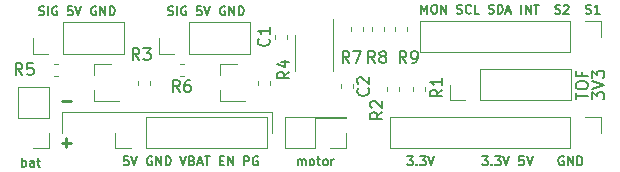
<source format=gbr>
%TF.GenerationSoftware,KiCad,Pcbnew,(5.1.4)-1*%
%TF.CreationDate,2020-11-13T13:28:28-08:00*%
%TF.ProjectId,powerglove_pcb,706f7765-7267-46c6-9f76-655f7063622e,rev?*%
%TF.SameCoordinates,Original*%
%TF.FileFunction,Legend,Top*%
%TF.FilePolarity,Positive*%
%FSLAX46Y46*%
G04 Gerber Fmt 4.6, Leading zero omitted, Abs format (unit mm)*
G04 Created by KiCad (PCBNEW (5.1.4)-1) date 2020-11-13 13:28:28*
%MOMM*%
%LPD*%
G04 APERTURE LIST*
%ADD10C,0.150000*%
%ADD11C,0.190500*%
%ADD12C,0.120000*%
%ADD13C,0.254000*%
G04 APERTURE END LIST*
D10*
X115403380Y-76422095D02*
X115403380Y-75803047D01*
X115784333Y-76136380D01*
X115784333Y-75993523D01*
X115831952Y-75898285D01*
X115879571Y-75850666D01*
X115974809Y-75803047D01*
X116212904Y-75803047D01*
X116308142Y-75850666D01*
X116355761Y-75898285D01*
X116403380Y-75993523D01*
X116403380Y-76279238D01*
X116355761Y-76374476D01*
X116308142Y-76422095D01*
X115403380Y-75517333D02*
X116403380Y-75184000D01*
X115403380Y-74850666D01*
X115403380Y-74612571D02*
X115403380Y-73993523D01*
X115784333Y-74326857D01*
X115784333Y-74184000D01*
X115831952Y-74088761D01*
X115879571Y-74041142D01*
X115974809Y-73993523D01*
X116212904Y-73993523D01*
X116308142Y-74041142D01*
X116355761Y-74088761D01*
X116403380Y-74184000D01*
X116403380Y-74469714D01*
X116355761Y-74564952D01*
X116308142Y-74612571D01*
X114006380Y-76422095D02*
X114006380Y-75850666D01*
X115006380Y-76136380D02*
X114006380Y-76136380D01*
X114006380Y-75326857D02*
X114006380Y-75136380D01*
X114054000Y-75041142D01*
X114149238Y-74945904D01*
X114339714Y-74898285D01*
X114673047Y-74898285D01*
X114863523Y-74945904D01*
X114958761Y-75041142D01*
X115006380Y-75136380D01*
X115006380Y-75326857D01*
X114958761Y-75422095D01*
X114863523Y-75517333D01*
X114673047Y-75564952D01*
X114339714Y-75564952D01*
X114149238Y-75517333D01*
X114054000Y-75422095D01*
X114006380Y-75326857D01*
X114482571Y-74136380D02*
X114482571Y-74469714D01*
X115006380Y-74469714D02*
X114006380Y-74469714D01*
X114006380Y-73993523D01*
D11*
X79465714Y-69269428D02*
X79574571Y-69305714D01*
X79756000Y-69305714D01*
X79828571Y-69269428D01*
X79864857Y-69233142D01*
X79901142Y-69160571D01*
X79901142Y-69088000D01*
X79864857Y-69015428D01*
X79828571Y-68979142D01*
X79756000Y-68942857D01*
X79610857Y-68906571D01*
X79538285Y-68870285D01*
X79502000Y-68834000D01*
X79465714Y-68761428D01*
X79465714Y-68688857D01*
X79502000Y-68616285D01*
X79538285Y-68580000D01*
X79610857Y-68543714D01*
X79792285Y-68543714D01*
X79901142Y-68580000D01*
X80227714Y-69305714D02*
X80227714Y-68543714D01*
X80989714Y-68580000D02*
X80917142Y-68543714D01*
X80808285Y-68543714D01*
X80699428Y-68580000D01*
X80626857Y-68652571D01*
X80590571Y-68725142D01*
X80554285Y-68870285D01*
X80554285Y-68979142D01*
X80590571Y-69124285D01*
X80626857Y-69196857D01*
X80699428Y-69269428D01*
X80808285Y-69305714D01*
X80880857Y-69305714D01*
X80989714Y-69269428D01*
X81026000Y-69233142D01*
X81026000Y-68979142D01*
X80880857Y-68979142D01*
X82296000Y-68543714D02*
X81933142Y-68543714D01*
X81896857Y-68906571D01*
X81933142Y-68870285D01*
X82005714Y-68834000D01*
X82187142Y-68834000D01*
X82259714Y-68870285D01*
X82296000Y-68906571D01*
X82332285Y-68979142D01*
X82332285Y-69160571D01*
X82296000Y-69233142D01*
X82259714Y-69269428D01*
X82187142Y-69305714D01*
X82005714Y-69305714D01*
X81933142Y-69269428D01*
X81896857Y-69233142D01*
X82550000Y-68543714D02*
X82804000Y-69305714D01*
X83058000Y-68543714D01*
X84291714Y-68580000D02*
X84219142Y-68543714D01*
X84110285Y-68543714D01*
X84001428Y-68580000D01*
X83928857Y-68652571D01*
X83892571Y-68725142D01*
X83856285Y-68870285D01*
X83856285Y-68979142D01*
X83892571Y-69124285D01*
X83928857Y-69196857D01*
X84001428Y-69269428D01*
X84110285Y-69305714D01*
X84182857Y-69305714D01*
X84291714Y-69269428D01*
X84328000Y-69233142D01*
X84328000Y-68979142D01*
X84182857Y-68979142D01*
X84654571Y-69305714D02*
X84654571Y-68543714D01*
X85090000Y-69305714D01*
X85090000Y-68543714D01*
X85452857Y-69305714D02*
X85452857Y-68543714D01*
X85634285Y-68543714D01*
X85743142Y-68580000D01*
X85815714Y-68652571D01*
X85852000Y-68725142D01*
X85888285Y-68870285D01*
X85888285Y-68979142D01*
X85852000Y-69124285D01*
X85815714Y-69196857D01*
X85743142Y-69269428D01*
X85634285Y-69305714D01*
X85452857Y-69305714D01*
X68543714Y-69269428D02*
X68652571Y-69305714D01*
X68834000Y-69305714D01*
X68906571Y-69269428D01*
X68942857Y-69233142D01*
X68979142Y-69160571D01*
X68979142Y-69088000D01*
X68942857Y-69015428D01*
X68906571Y-68979142D01*
X68834000Y-68942857D01*
X68688857Y-68906571D01*
X68616285Y-68870285D01*
X68580000Y-68834000D01*
X68543714Y-68761428D01*
X68543714Y-68688857D01*
X68580000Y-68616285D01*
X68616285Y-68580000D01*
X68688857Y-68543714D01*
X68870285Y-68543714D01*
X68979142Y-68580000D01*
X69305714Y-69305714D02*
X69305714Y-68543714D01*
X70067714Y-68580000D02*
X69995142Y-68543714D01*
X69886285Y-68543714D01*
X69777428Y-68580000D01*
X69704857Y-68652571D01*
X69668571Y-68725142D01*
X69632285Y-68870285D01*
X69632285Y-68979142D01*
X69668571Y-69124285D01*
X69704857Y-69196857D01*
X69777428Y-69269428D01*
X69886285Y-69305714D01*
X69958857Y-69305714D01*
X70067714Y-69269428D01*
X70104000Y-69233142D01*
X70104000Y-68979142D01*
X69958857Y-68979142D01*
X71374000Y-68543714D02*
X71011142Y-68543714D01*
X70974857Y-68906571D01*
X71011142Y-68870285D01*
X71083714Y-68834000D01*
X71265142Y-68834000D01*
X71337714Y-68870285D01*
X71374000Y-68906571D01*
X71410285Y-68979142D01*
X71410285Y-69160571D01*
X71374000Y-69233142D01*
X71337714Y-69269428D01*
X71265142Y-69305714D01*
X71083714Y-69305714D01*
X71011142Y-69269428D01*
X70974857Y-69233142D01*
X71628000Y-68543714D02*
X71882000Y-69305714D01*
X72136000Y-68543714D01*
X73369714Y-68580000D02*
X73297142Y-68543714D01*
X73188285Y-68543714D01*
X73079428Y-68580000D01*
X73006857Y-68652571D01*
X72970571Y-68725142D01*
X72934285Y-68870285D01*
X72934285Y-68979142D01*
X72970571Y-69124285D01*
X73006857Y-69196857D01*
X73079428Y-69269428D01*
X73188285Y-69305714D01*
X73260857Y-69305714D01*
X73369714Y-69269428D01*
X73406000Y-69233142D01*
X73406000Y-68979142D01*
X73260857Y-68979142D01*
X73732571Y-69305714D02*
X73732571Y-68543714D01*
X74168000Y-69305714D01*
X74168000Y-68543714D01*
X74530857Y-69305714D02*
X74530857Y-68543714D01*
X74712285Y-68543714D01*
X74821142Y-68580000D01*
X74893714Y-68652571D01*
X74930000Y-68725142D01*
X74966285Y-68870285D01*
X74966285Y-68979142D01*
X74930000Y-69124285D01*
X74893714Y-69196857D01*
X74821142Y-69269428D01*
X74712285Y-69305714D01*
X74530857Y-69305714D01*
D12*
X88265000Y-77470000D02*
X88265000Y-79248000D01*
X70485000Y-77470000D02*
X70485000Y-79248000D01*
X88265000Y-77470000D02*
X70485000Y-77470000D01*
D11*
X76109285Y-81243714D02*
X75746428Y-81243714D01*
X75710142Y-81606571D01*
X75746428Y-81570285D01*
X75819000Y-81534000D01*
X76000428Y-81534000D01*
X76073000Y-81570285D01*
X76109285Y-81606571D01*
X76145571Y-81679142D01*
X76145571Y-81860571D01*
X76109285Y-81933142D01*
X76073000Y-81969428D01*
X76000428Y-82005714D01*
X75819000Y-82005714D01*
X75746428Y-81969428D01*
X75710142Y-81933142D01*
X76363285Y-81243714D02*
X76617285Y-82005714D01*
X76871285Y-81243714D01*
X78105000Y-81280000D02*
X78032428Y-81243714D01*
X77923571Y-81243714D01*
X77814714Y-81280000D01*
X77742142Y-81352571D01*
X77705857Y-81425142D01*
X77669571Y-81570285D01*
X77669571Y-81679142D01*
X77705857Y-81824285D01*
X77742142Y-81896857D01*
X77814714Y-81969428D01*
X77923571Y-82005714D01*
X77996142Y-82005714D01*
X78105000Y-81969428D01*
X78141285Y-81933142D01*
X78141285Y-81679142D01*
X77996142Y-81679142D01*
X78467857Y-82005714D02*
X78467857Y-81243714D01*
X78903285Y-82005714D01*
X78903285Y-81243714D01*
X79266142Y-82005714D02*
X79266142Y-81243714D01*
X79447571Y-81243714D01*
X79556428Y-81280000D01*
X79629000Y-81352571D01*
X79665285Y-81425142D01*
X79701571Y-81570285D01*
X79701571Y-81679142D01*
X79665285Y-81824285D01*
X79629000Y-81896857D01*
X79556428Y-81969428D01*
X79447571Y-82005714D01*
X79266142Y-82005714D01*
X80499857Y-81243714D02*
X80753857Y-82005714D01*
X81007857Y-81243714D01*
X81515857Y-81606571D02*
X81624714Y-81642857D01*
X81661000Y-81679142D01*
X81697285Y-81751714D01*
X81697285Y-81860571D01*
X81661000Y-81933142D01*
X81624714Y-81969428D01*
X81552142Y-82005714D01*
X81261857Y-82005714D01*
X81261857Y-81243714D01*
X81515857Y-81243714D01*
X81588428Y-81280000D01*
X81624714Y-81316285D01*
X81661000Y-81388857D01*
X81661000Y-81461428D01*
X81624714Y-81534000D01*
X81588428Y-81570285D01*
X81515857Y-81606571D01*
X81261857Y-81606571D01*
X81987571Y-81788000D02*
X82350428Y-81788000D01*
X81915000Y-82005714D02*
X82169000Y-81243714D01*
X82423000Y-82005714D01*
X82568142Y-81243714D02*
X83003571Y-81243714D01*
X82785857Y-82005714D02*
X82785857Y-81243714D01*
X83838142Y-81606571D02*
X84092142Y-81606571D01*
X84201000Y-82005714D02*
X83838142Y-82005714D01*
X83838142Y-81243714D01*
X84201000Y-81243714D01*
X84527571Y-82005714D02*
X84527571Y-81243714D01*
X84963000Y-82005714D01*
X84963000Y-81243714D01*
X85906428Y-82005714D02*
X85906428Y-81243714D01*
X86196714Y-81243714D01*
X86269285Y-81280000D01*
X86305571Y-81316285D01*
X86341857Y-81388857D01*
X86341857Y-81497714D01*
X86305571Y-81570285D01*
X86269285Y-81606571D01*
X86196714Y-81642857D01*
X85906428Y-81642857D01*
X87067571Y-81280000D02*
X86995000Y-81243714D01*
X86886142Y-81243714D01*
X86777285Y-81280000D01*
X86704714Y-81352571D01*
X86668428Y-81425142D01*
X86632142Y-81570285D01*
X86632142Y-81679142D01*
X86668428Y-81824285D01*
X86704714Y-81896857D01*
X86777285Y-81969428D01*
X86886142Y-82005714D01*
X86958714Y-82005714D01*
X87067571Y-81969428D01*
X87103857Y-81933142D01*
X87103857Y-81679142D01*
X86958714Y-81679142D01*
X100928714Y-69178714D02*
X100928714Y-68416714D01*
X101182714Y-68961000D01*
X101436714Y-68416714D01*
X101436714Y-69178714D01*
X101944714Y-68416714D02*
X102089857Y-68416714D01*
X102162428Y-68453000D01*
X102235000Y-68525571D01*
X102271285Y-68670714D01*
X102271285Y-68924714D01*
X102235000Y-69069857D01*
X102162428Y-69142428D01*
X102089857Y-69178714D01*
X101944714Y-69178714D01*
X101872142Y-69142428D01*
X101799571Y-69069857D01*
X101763285Y-68924714D01*
X101763285Y-68670714D01*
X101799571Y-68525571D01*
X101872142Y-68453000D01*
X101944714Y-68416714D01*
X102597857Y-69178714D02*
X102597857Y-68416714D01*
X103033285Y-69178714D01*
X103033285Y-68416714D01*
X103940428Y-69142428D02*
X104049285Y-69178714D01*
X104230714Y-69178714D01*
X104303285Y-69142428D01*
X104339571Y-69106142D01*
X104375857Y-69033571D01*
X104375857Y-68961000D01*
X104339571Y-68888428D01*
X104303285Y-68852142D01*
X104230714Y-68815857D01*
X104085571Y-68779571D01*
X104013000Y-68743285D01*
X103976714Y-68707000D01*
X103940428Y-68634428D01*
X103940428Y-68561857D01*
X103976714Y-68489285D01*
X104013000Y-68453000D01*
X104085571Y-68416714D01*
X104267000Y-68416714D01*
X104375857Y-68453000D01*
X105137857Y-69106142D02*
X105101571Y-69142428D01*
X104992714Y-69178714D01*
X104920142Y-69178714D01*
X104811285Y-69142428D01*
X104738714Y-69069857D01*
X104702428Y-68997285D01*
X104666142Y-68852142D01*
X104666142Y-68743285D01*
X104702428Y-68598142D01*
X104738714Y-68525571D01*
X104811285Y-68453000D01*
X104920142Y-68416714D01*
X104992714Y-68416714D01*
X105101571Y-68453000D01*
X105137857Y-68489285D01*
X105827285Y-69178714D02*
X105464428Y-69178714D01*
X105464428Y-68416714D01*
X106625571Y-69142428D02*
X106734428Y-69178714D01*
X106915857Y-69178714D01*
X106988428Y-69142428D01*
X107024714Y-69106142D01*
X107061000Y-69033571D01*
X107061000Y-68961000D01*
X107024714Y-68888428D01*
X106988428Y-68852142D01*
X106915857Y-68815857D01*
X106770714Y-68779571D01*
X106698142Y-68743285D01*
X106661857Y-68707000D01*
X106625571Y-68634428D01*
X106625571Y-68561857D01*
X106661857Y-68489285D01*
X106698142Y-68453000D01*
X106770714Y-68416714D01*
X106952142Y-68416714D01*
X107061000Y-68453000D01*
X107387571Y-69178714D02*
X107387571Y-68416714D01*
X107569000Y-68416714D01*
X107677857Y-68453000D01*
X107750428Y-68525571D01*
X107786714Y-68598142D01*
X107823000Y-68743285D01*
X107823000Y-68852142D01*
X107786714Y-68997285D01*
X107750428Y-69069857D01*
X107677857Y-69142428D01*
X107569000Y-69178714D01*
X107387571Y-69178714D01*
X108113285Y-68961000D02*
X108476142Y-68961000D01*
X108040714Y-69178714D02*
X108294714Y-68416714D01*
X108548714Y-69178714D01*
X109383285Y-69178714D02*
X109383285Y-68416714D01*
X109746142Y-69178714D02*
X109746142Y-68416714D01*
X110181571Y-69178714D01*
X110181571Y-68416714D01*
X110435571Y-68416714D02*
X110871000Y-68416714D01*
X110653285Y-69178714D02*
X110653285Y-68416714D01*
X112249857Y-69142428D02*
X112358714Y-69178714D01*
X112540142Y-69178714D01*
X112612714Y-69142428D01*
X112649000Y-69106142D01*
X112685285Y-69033571D01*
X112685285Y-68961000D01*
X112649000Y-68888428D01*
X112612714Y-68852142D01*
X112540142Y-68815857D01*
X112395000Y-68779571D01*
X112322428Y-68743285D01*
X112286142Y-68707000D01*
X112249857Y-68634428D01*
X112249857Y-68561857D01*
X112286142Y-68489285D01*
X112322428Y-68453000D01*
X112395000Y-68416714D01*
X112576428Y-68416714D01*
X112685285Y-68453000D01*
X112975571Y-68489285D02*
X113011857Y-68453000D01*
X113084428Y-68416714D01*
X113265857Y-68416714D01*
X113338428Y-68453000D01*
X113374714Y-68489285D01*
X113411000Y-68561857D01*
X113411000Y-68634428D01*
X113374714Y-68743285D01*
X112939285Y-69178714D01*
X113411000Y-69178714D01*
X114862428Y-69142428D02*
X114971285Y-69178714D01*
X115152714Y-69178714D01*
X115225285Y-69142428D01*
X115261571Y-69106142D01*
X115297857Y-69033571D01*
X115297857Y-68961000D01*
X115261571Y-68888428D01*
X115225285Y-68852142D01*
X115152714Y-68815857D01*
X115007571Y-68779571D01*
X114935000Y-68743285D01*
X114898714Y-68707000D01*
X114862428Y-68634428D01*
X114862428Y-68561857D01*
X114898714Y-68489285D01*
X114935000Y-68453000D01*
X115007571Y-68416714D01*
X115189000Y-68416714D01*
X115297857Y-68453000D01*
X116023571Y-69178714D02*
X115588142Y-69178714D01*
X115805857Y-69178714D02*
X115805857Y-68416714D01*
X115733285Y-68525571D01*
X115660714Y-68598142D01*
X115588142Y-68634428D01*
D13*
X70478952Y-76526571D02*
X71253047Y-76526571D01*
X70478952Y-80082571D02*
X71253047Y-80082571D01*
X70866000Y-80469619D02*
X70866000Y-79695523D01*
D11*
X67092285Y-82132714D02*
X67092285Y-81370714D01*
X67092285Y-81661000D02*
X67164857Y-81624714D01*
X67310000Y-81624714D01*
X67382571Y-81661000D01*
X67418857Y-81697285D01*
X67455142Y-81769857D01*
X67455142Y-81987571D01*
X67418857Y-82060142D01*
X67382571Y-82096428D01*
X67310000Y-82132714D01*
X67164857Y-82132714D01*
X67092285Y-82096428D01*
X68108285Y-82132714D02*
X68108285Y-81733571D01*
X68072000Y-81661000D01*
X67999428Y-81624714D01*
X67854285Y-81624714D01*
X67781714Y-81661000D01*
X68108285Y-82096428D02*
X68035714Y-82132714D01*
X67854285Y-82132714D01*
X67781714Y-82096428D01*
X67745428Y-82023857D01*
X67745428Y-81951285D01*
X67781714Y-81878714D01*
X67854285Y-81842428D01*
X68035714Y-81842428D01*
X68108285Y-81806142D01*
X68362285Y-81624714D02*
X68652571Y-81624714D01*
X68471142Y-81370714D02*
X68471142Y-82023857D01*
X68507428Y-82096428D01*
X68580000Y-82132714D01*
X68652571Y-82132714D01*
X90478428Y-82005714D02*
X90478428Y-81497714D01*
X90478428Y-81570285D02*
X90514714Y-81534000D01*
X90587285Y-81497714D01*
X90696142Y-81497714D01*
X90768714Y-81534000D01*
X90805000Y-81606571D01*
X90805000Y-82005714D01*
X90805000Y-81606571D02*
X90841285Y-81534000D01*
X90913857Y-81497714D01*
X91022714Y-81497714D01*
X91095285Y-81534000D01*
X91131571Y-81606571D01*
X91131571Y-82005714D01*
X91603285Y-82005714D02*
X91530714Y-81969428D01*
X91494428Y-81933142D01*
X91458142Y-81860571D01*
X91458142Y-81642857D01*
X91494428Y-81570285D01*
X91530714Y-81534000D01*
X91603285Y-81497714D01*
X91712142Y-81497714D01*
X91784714Y-81534000D01*
X91821000Y-81570285D01*
X91857285Y-81642857D01*
X91857285Y-81860571D01*
X91821000Y-81933142D01*
X91784714Y-81969428D01*
X91712142Y-82005714D01*
X91603285Y-82005714D01*
X92075000Y-81497714D02*
X92365285Y-81497714D01*
X92183857Y-81243714D02*
X92183857Y-81896857D01*
X92220142Y-81969428D01*
X92292714Y-82005714D01*
X92365285Y-82005714D01*
X92728142Y-82005714D02*
X92655571Y-81969428D01*
X92619285Y-81933142D01*
X92583000Y-81860571D01*
X92583000Y-81642857D01*
X92619285Y-81570285D01*
X92655571Y-81534000D01*
X92728142Y-81497714D01*
X92837000Y-81497714D01*
X92909571Y-81534000D01*
X92945857Y-81570285D01*
X92982142Y-81642857D01*
X92982142Y-81860571D01*
X92945857Y-81933142D01*
X92909571Y-81969428D01*
X92837000Y-82005714D01*
X92728142Y-82005714D01*
X93308714Y-82005714D02*
X93308714Y-81497714D01*
X93308714Y-81642857D02*
X93345000Y-81570285D01*
X93381285Y-81534000D01*
X93453857Y-81497714D01*
X93526428Y-81497714D01*
X112957428Y-81280000D02*
X112884857Y-81243714D01*
X112776000Y-81243714D01*
X112667142Y-81280000D01*
X112594571Y-81352571D01*
X112558285Y-81425142D01*
X112522000Y-81570285D01*
X112522000Y-81679142D01*
X112558285Y-81824285D01*
X112594571Y-81896857D01*
X112667142Y-81969428D01*
X112776000Y-82005714D01*
X112848571Y-82005714D01*
X112957428Y-81969428D01*
X112993714Y-81933142D01*
X112993714Y-81679142D01*
X112848571Y-81679142D01*
X113320285Y-82005714D02*
X113320285Y-81243714D01*
X113755714Y-82005714D01*
X113755714Y-81243714D01*
X114118571Y-82005714D02*
X114118571Y-81243714D01*
X114300000Y-81243714D01*
X114408857Y-81280000D01*
X114481428Y-81352571D01*
X114517714Y-81425142D01*
X114554000Y-81570285D01*
X114554000Y-81679142D01*
X114517714Y-81824285D01*
X114481428Y-81896857D01*
X114408857Y-81969428D01*
X114300000Y-82005714D01*
X114118571Y-82005714D01*
X109582857Y-81243714D02*
X109220000Y-81243714D01*
X109183714Y-81606571D01*
X109220000Y-81570285D01*
X109292571Y-81534000D01*
X109474000Y-81534000D01*
X109546571Y-81570285D01*
X109582857Y-81606571D01*
X109619142Y-81679142D01*
X109619142Y-81860571D01*
X109582857Y-81933142D01*
X109546571Y-81969428D01*
X109474000Y-82005714D01*
X109292571Y-82005714D01*
X109220000Y-81969428D01*
X109183714Y-81933142D01*
X109836857Y-81243714D02*
X110090857Y-82005714D01*
X110344857Y-81243714D01*
X106063142Y-81243714D02*
X106534857Y-81243714D01*
X106280857Y-81534000D01*
X106389714Y-81534000D01*
X106462285Y-81570285D01*
X106498571Y-81606571D01*
X106534857Y-81679142D01*
X106534857Y-81860571D01*
X106498571Y-81933142D01*
X106462285Y-81969428D01*
X106389714Y-82005714D01*
X106172000Y-82005714D01*
X106099428Y-81969428D01*
X106063142Y-81933142D01*
X106861428Y-81933142D02*
X106897714Y-81969428D01*
X106861428Y-82005714D01*
X106825142Y-81969428D01*
X106861428Y-81933142D01*
X106861428Y-82005714D01*
X107151714Y-81243714D02*
X107623428Y-81243714D01*
X107369428Y-81534000D01*
X107478285Y-81534000D01*
X107550857Y-81570285D01*
X107587142Y-81606571D01*
X107623428Y-81679142D01*
X107623428Y-81860571D01*
X107587142Y-81933142D01*
X107550857Y-81969428D01*
X107478285Y-82005714D01*
X107260571Y-82005714D01*
X107188000Y-81969428D01*
X107151714Y-81933142D01*
X107841142Y-81243714D02*
X108095142Y-82005714D01*
X108349142Y-81243714D01*
X99713142Y-81243714D02*
X100184857Y-81243714D01*
X99930857Y-81534000D01*
X100039714Y-81534000D01*
X100112285Y-81570285D01*
X100148571Y-81606571D01*
X100184857Y-81679142D01*
X100184857Y-81860571D01*
X100148571Y-81933142D01*
X100112285Y-81969428D01*
X100039714Y-82005714D01*
X99822000Y-82005714D01*
X99749428Y-81969428D01*
X99713142Y-81933142D01*
X100511428Y-81933142D02*
X100547714Y-81969428D01*
X100511428Y-82005714D01*
X100475142Y-81969428D01*
X100511428Y-81933142D01*
X100511428Y-82005714D01*
X100801714Y-81243714D02*
X101273428Y-81243714D01*
X101019428Y-81534000D01*
X101128285Y-81534000D01*
X101200857Y-81570285D01*
X101237142Y-81606571D01*
X101273428Y-81679142D01*
X101273428Y-81860571D01*
X101237142Y-81933142D01*
X101200857Y-81969428D01*
X101128285Y-82005714D01*
X100910571Y-82005714D01*
X100838000Y-81969428D01*
X100801714Y-81933142D01*
X101491142Y-81243714D02*
X101745142Y-82005714D01*
X101999142Y-81243714D01*
D12*
%TO.C,U1*%
X90211000Y-72517000D02*
X90211000Y-74017000D01*
X90211000Y-72517000D02*
X90211000Y-71017000D01*
X93431000Y-72517000D02*
X93431000Y-74017000D01*
X93431000Y-72517000D02*
X93431000Y-69592000D01*
%TO.C,R9*%
X99697000Y-70656267D02*
X99697000Y-70313733D01*
X98677000Y-70656267D02*
X98677000Y-70313733D01*
%TO.C,R8*%
X96772000Y-70313733D02*
X96772000Y-70656267D01*
X97792000Y-70313733D02*
X97792000Y-70656267D01*
%TO.C,R7*%
X96014000Y-70656267D02*
X96014000Y-70313733D01*
X94994000Y-70656267D02*
X94994000Y-70313733D01*
%TO.C,J2*%
X116138000Y-69790000D02*
X116138000Y-71120000D01*
X114808000Y-69790000D02*
X116138000Y-69790000D01*
X113538000Y-69790000D02*
X113538000Y-72450000D01*
X113538000Y-72450000D02*
X100778000Y-72450000D01*
X113538000Y-69790000D02*
X100778000Y-69790000D01*
X100778000Y-69790000D02*
X100778000Y-72450000D01*
%TO.C,J8*%
X103318000Y-76514000D02*
X103318000Y-75184000D01*
X104648000Y-76514000D02*
X103318000Y-76514000D01*
X105918000Y-76514000D02*
X105918000Y-73854000D01*
X105918000Y-73854000D02*
X113598000Y-73854000D01*
X105918000Y-76514000D02*
X113598000Y-76514000D01*
X113598000Y-76514000D02*
X113598000Y-73854000D01*
%TO.C,R6*%
X80802267Y-74424000D02*
X80459733Y-74424000D01*
X80802267Y-73404000D02*
X80459733Y-73404000D01*
%TO.C,R5*%
X70162267Y-74424000D02*
X69819733Y-74424000D01*
X70162267Y-73404000D02*
X69819733Y-73404000D01*
%TO.C,R4*%
X87120000Y-75242267D02*
X87120000Y-74899733D01*
X88140000Y-75242267D02*
X88140000Y-74899733D01*
%TO.C,R3*%
X76960000Y-75242267D02*
X76960000Y-74899733D01*
X77980000Y-75242267D02*
X77980000Y-74899733D01*
%TO.C,R2*%
X98042000Y-75722266D02*
X98042000Y-75379732D01*
X99062000Y-75722266D02*
X99062000Y-75379732D01*
%TO.C,R1*%
X100201000Y-75722266D02*
X100201000Y-75379732D01*
X101221000Y-75722266D02*
X101221000Y-75379732D01*
%TO.C,Q2*%
X83838000Y-73416000D02*
X83838000Y-74346000D01*
X83838000Y-76576000D02*
X83838000Y-75646000D01*
X83838000Y-76576000D02*
X85998000Y-76576000D01*
X83838000Y-73416000D02*
X85298000Y-73416000D01*
%TO.C,Q1*%
X73170000Y-73416000D02*
X73170000Y-74346000D01*
X73170000Y-76576000D02*
X73170000Y-75646000D01*
X73170000Y-76576000D02*
X75330000Y-76576000D01*
X73170000Y-73416000D02*
X74630000Y-73416000D01*
%TO.C,J7*%
X86420000Y-72577000D02*
X86420000Y-69917000D01*
X81280000Y-72577000D02*
X86420000Y-72577000D01*
X81280000Y-69917000D02*
X86420000Y-69917000D01*
X81280000Y-72577000D02*
X81280000Y-69917000D01*
X80010000Y-72577000D02*
X78680000Y-72577000D01*
X78680000Y-72577000D02*
X78680000Y-71247000D01*
%TO.C,J6*%
X75752000Y-72577000D02*
X75752000Y-69917000D01*
X70612000Y-72577000D02*
X75752000Y-72577000D01*
X70612000Y-69917000D02*
X75752000Y-69917000D01*
X70612000Y-72577000D02*
X70612000Y-69917000D01*
X69342000Y-72577000D02*
X68012000Y-72577000D01*
X68012000Y-72577000D02*
X68012000Y-71247000D01*
%TO.C,J5*%
X87817000Y-80578000D02*
X87817000Y-77918000D01*
X77597000Y-80578000D02*
X87817000Y-80578000D01*
X77597000Y-77918000D02*
X87817000Y-77918000D01*
X77597000Y-80578000D02*
X77597000Y-77918000D01*
X76327000Y-80578000D02*
X74997000Y-80578000D01*
X74997000Y-80578000D02*
X74997000Y-79248000D01*
%TO.C,J4*%
X94548000Y-77918000D02*
X89348000Y-77918000D01*
X94548000Y-77978000D02*
X94548000Y-77918000D01*
X89348000Y-80578000D02*
X89348000Y-77918000D01*
X94548000Y-77978000D02*
X91948000Y-77978000D01*
X91948000Y-77978000D02*
X91948000Y-80578000D01*
X91948000Y-80578000D02*
X89348000Y-80578000D01*
X94548000Y-79248000D02*
X94548000Y-80578000D01*
X94548000Y-80578000D02*
X93218000Y-80578000D01*
%TO.C,J3*%
X98238000Y-77918000D02*
X98238000Y-80578000D01*
X113538000Y-77918000D02*
X98238000Y-77918000D01*
X113538000Y-80578000D02*
X98238000Y-80578000D01*
X113538000Y-77918000D02*
X113538000Y-80578000D01*
X114808000Y-77918000D02*
X116138000Y-77918000D01*
X116138000Y-77918000D02*
X116138000Y-79248000D01*
%TO.C,J1*%
X69402000Y-75378000D02*
X66742000Y-75378000D01*
X69402000Y-77978000D02*
X69402000Y-75378000D01*
X66742000Y-77978000D02*
X66742000Y-75378000D01*
X69402000Y-77978000D02*
X66742000Y-77978000D01*
X69402000Y-79248000D02*
X69402000Y-80578000D01*
X69402000Y-80578000D02*
X68072000Y-80578000D01*
%TO.C,C2*%
X95125000Y-75153733D02*
X95125000Y-75496267D01*
X94105000Y-75153733D02*
X94105000Y-75496267D01*
%TO.C,C1*%
X89537000Y-70948733D02*
X89537000Y-71291267D01*
X88517000Y-70948733D02*
X88517000Y-71291267D01*
%TO.C,R9*%
D10*
X99655333Y-73350380D02*
X99322000Y-72874190D01*
X99083904Y-73350380D02*
X99083904Y-72350380D01*
X99464857Y-72350380D01*
X99560095Y-72398000D01*
X99607714Y-72445619D01*
X99655333Y-72540857D01*
X99655333Y-72683714D01*
X99607714Y-72778952D01*
X99560095Y-72826571D01*
X99464857Y-72874190D01*
X99083904Y-72874190D01*
X100131523Y-73350380D02*
X100322000Y-73350380D01*
X100417238Y-73302761D01*
X100464857Y-73255142D01*
X100560095Y-73112285D01*
X100607714Y-72921809D01*
X100607714Y-72540857D01*
X100560095Y-72445619D01*
X100512476Y-72398000D01*
X100417238Y-72350380D01*
X100226761Y-72350380D01*
X100131523Y-72398000D01*
X100083904Y-72445619D01*
X100036285Y-72540857D01*
X100036285Y-72778952D01*
X100083904Y-72874190D01*
X100131523Y-72921809D01*
X100226761Y-72969428D01*
X100417238Y-72969428D01*
X100512476Y-72921809D01*
X100560095Y-72874190D01*
X100607714Y-72778952D01*
%TO.C,R8*%
X96988333Y-73350380D02*
X96655000Y-72874190D01*
X96416904Y-73350380D02*
X96416904Y-72350380D01*
X96797857Y-72350380D01*
X96893095Y-72398000D01*
X96940714Y-72445619D01*
X96988333Y-72540857D01*
X96988333Y-72683714D01*
X96940714Y-72778952D01*
X96893095Y-72826571D01*
X96797857Y-72874190D01*
X96416904Y-72874190D01*
X97559761Y-72778952D02*
X97464523Y-72731333D01*
X97416904Y-72683714D01*
X97369285Y-72588476D01*
X97369285Y-72540857D01*
X97416904Y-72445619D01*
X97464523Y-72398000D01*
X97559761Y-72350380D01*
X97750238Y-72350380D01*
X97845476Y-72398000D01*
X97893095Y-72445619D01*
X97940714Y-72540857D01*
X97940714Y-72588476D01*
X97893095Y-72683714D01*
X97845476Y-72731333D01*
X97750238Y-72778952D01*
X97559761Y-72778952D01*
X97464523Y-72826571D01*
X97416904Y-72874190D01*
X97369285Y-72969428D01*
X97369285Y-73159904D01*
X97416904Y-73255142D01*
X97464523Y-73302761D01*
X97559761Y-73350380D01*
X97750238Y-73350380D01*
X97845476Y-73302761D01*
X97893095Y-73255142D01*
X97940714Y-73159904D01*
X97940714Y-72969428D01*
X97893095Y-72874190D01*
X97845476Y-72826571D01*
X97750238Y-72778952D01*
%TO.C,R7*%
X94829333Y-73350380D02*
X94496000Y-72874190D01*
X94257904Y-73350380D02*
X94257904Y-72350380D01*
X94638857Y-72350380D01*
X94734095Y-72398000D01*
X94781714Y-72445619D01*
X94829333Y-72540857D01*
X94829333Y-72683714D01*
X94781714Y-72778952D01*
X94734095Y-72826571D01*
X94638857Y-72874190D01*
X94257904Y-72874190D01*
X95162666Y-72350380D02*
X95829333Y-72350380D01*
X95400761Y-73350380D01*
%TO.C,R6*%
X80464333Y-75796380D02*
X80131000Y-75320190D01*
X79892904Y-75796380D02*
X79892904Y-74796380D01*
X80273857Y-74796380D01*
X80369095Y-74844000D01*
X80416714Y-74891619D01*
X80464333Y-74986857D01*
X80464333Y-75129714D01*
X80416714Y-75224952D01*
X80369095Y-75272571D01*
X80273857Y-75320190D01*
X79892904Y-75320190D01*
X81321476Y-74796380D02*
X81131000Y-74796380D01*
X81035761Y-74844000D01*
X80988142Y-74891619D01*
X80892904Y-75034476D01*
X80845285Y-75224952D01*
X80845285Y-75605904D01*
X80892904Y-75701142D01*
X80940523Y-75748761D01*
X81035761Y-75796380D01*
X81226238Y-75796380D01*
X81321476Y-75748761D01*
X81369095Y-75701142D01*
X81416714Y-75605904D01*
X81416714Y-75367809D01*
X81369095Y-75272571D01*
X81321476Y-75224952D01*
X81226238Y-75177333D01*
X81035761Y-75177333D01*
X80940523Y-75224952D01*
X80892904Y-75272571D01*
X80845285Y-75367809D01*
%TO.C,R5*%
X67143333Y-74366380D02*
X66810000Y-73890190D01*
X66571904Y-74366380D02*
X66571904Y-73366380D01*
X66952857Y-73366380D01*
X67048095Y-73414000D01*
X67095714Y-73461619D01*
X67143333Y-73556857D01*
X67143333Y-73699714D01*
X67095714Y-73794952D01*
X67048095Y-73842571D01*
X66952857Y-73890190D01*
X66571904Y-73890190D01*
X68048095Y-73366380D02*
X67571904Y-73366380D01*
X67524285Y-73842571D01*
X67571904Y-73794952D01*
X67667142Y-73747333D01*
X67905238Y-73747333D01*
X68000476Y-73794952D01*
X68048095Y-73842571D01*
X68095714Y-73937809D01*
X68095714Y-74175904D01*
X68048095Y-74271142D01*
X68000476Y-74318761D01*
X67905238Y-74366380D01*
X67667142Y-74366380D01*
X67571904Y-74318761D01*
X67524285Y-74271142D01*
%TO.C,R4*%
X89733380Y-74080666D02*
X89257190Y-74414000D01*
X89733380Y-74652095D02*
X88733380Y-74652095D01*
X88733380Y-74271142D01*
X88781000Y-74175904D01*
X88828619Y-74128285D01*
X88923857Y-74080666D01*
X89066714Y-74080666D01*
X89161952Y-74128285D01*
X89209571Y-74175904D01*
X89257190Y-74271142D01*
X89257190Y-74652095D01*
X89066714Y-73223523D02*
X89733380Y-73223523D01*
X88685761Y-73461619D02*
X89400047Y-73699714D01*
X89400047Y-73080666D01*
%TO.C,R3*%
X77049333Y-73096380D02*
X76716000Y-72620190D01*
X76477904Y-73096380D02*
X76477904Y-72096380D01*
X76858857Y-72096380D01*
X76954095Y-72144000D01*
X77001714Y-72191619D01*
X77049333Y-72286857D01*
X77049333Y-72429714D01*
X77001714Y-72524952D01*
X76954095Y-72572571D01*
X76858857Y-72620190D01*
X76477904Y-72620190D01*
X77382666Y-72096380D02*
X78001714Y-72096380D01*
X77668380Y-72477333D01*
X77811238Y-72477333D01*
X77906476Y-72524952D01*
X77954095Y-72572571D01*
X78001714Y-72667809D01*
X78001714Y-72905904D01*
X77954095Y-73001142D01*
X77906476Y-73048761D01*
X77811238Y-73096380D01*
X77525523Y-73096380D01*
X77430285Y-73048761D01*
X77382666Y-73001142D01*
%TO.C,R2*%
X97607380Y-77509666D02*
X97131190Y-77843000D01*
X97607380Y-78081095D02*
X96607380Y-78081095D01*
X96607380Y-77700142D01*
X96655000Y-77604904D01*
X96702619Y-77557285D01*
X96797857Y-77509666D01*
X96940714Y-77509666D01*
X97035952Y-77557285D01*
X97083571Y-77604904D01*
X97131190Y-77700142D01*
X97131190Y-78081095D01*
X96702619Y-77128714D02*
X96655000Y-77081095D01*
X96607380Y-76985857D01*
X96607380Y-76747761D01*
X96655000Y-76652523D01*
X96702619Y-76604904D01*
X96797857Y-76557285D01*
X96893095Y-76557285D01*
X97035952Y-76604904D01*
X97607380Y-77176333D01*
X97607380Y-76557285D01*
%TO.C,R1*%
X102687380Y-75604666D02*
X102211190Y-75938000D01*
X102687380Y-76176095D02*
X101687380Y-76176095D01*
X101687380Y-75795142D01*
X101735000Y-75699904D01*
X101782619Y-75652285D01*
X101877857Y-75604666D01*
X102020714Y-75604666D01*
X102115952Y-75652285D01*
X102163571Y-75699904D01*
X102211190Y-75795142D01*
X102211190Y-76176095D01*
X102687380Y-74652285D02*
X102687380Y-75223714D01*
X102687380Y-74938000D02*
X101687380Y-74938000D01*
X101830238Y-75033238D01*
X101925476Y-75128476D01*
X101973095Y-75223714D01*
%TO.C,C2*%
X96402142Y-75491666D02*
X96449761Y-75539285D01*
X96497380Y-75682142D01*
X96497380Y-75777380D01*
X96449761Y-75920238D01*
X96354523Y-76015476D01*
X96259285Y-76063095D01*
X96068809Y-76110714D01*
X95925952Y-76110714D01*
X95735476Y-76063095D01*
X95640238Y-76015476D01*
X95545000Y-75920238D01*
X95497380Y-75777380D01*
X95497380Y-75682142D01*
X95545000Y-75539285D01*
X95592619Y-75491666D01*
X95592619Y-75110714D02*
X95545000Y-75063095D01*
X95497380Y-74967857D01*
X95497380Y-74729761D01*
X95545000Y-74634523D01*
X95592619Y-74586904D01*
X95687857Y-74539285D01*
X95783095Y-74539285D01*
X95925952Y-74586904D01*
X96497380Y-75158333D01*
X96497380Y-74539285D01*
%TO.C,C1*%
X87987142Y-71286666D02*
X88034761Y-71334285D01*
X88082380Y-71477142D01*
X88082380Y-71572380D01*
X88034761Y-71715238D01*
X87939523Y-71810476D01*
X87844285Y-71858095D01*
X87653809Y-71905714D01*
X87510952Y-71905714D01*
X87320476Y-71858095D01*
X87225238Y-71810476D01*
X87130000Y-71715238D01*
X87082380Y-71572380D01*
X87082380Y-71477142D01*
X87130000Y-71334285D01*
X87177619Y-71286666D01*
X88082380Y-70334285D02*
X88082380Y-70905714D01*
X88082380Y-70620000D02*
X87082380Y-70620000D01*
X87225238Y-70715238D01*
X87320476Y-70810476D01*
X87368095Y-70905714D01*
%TD*%
M02*

</source>
